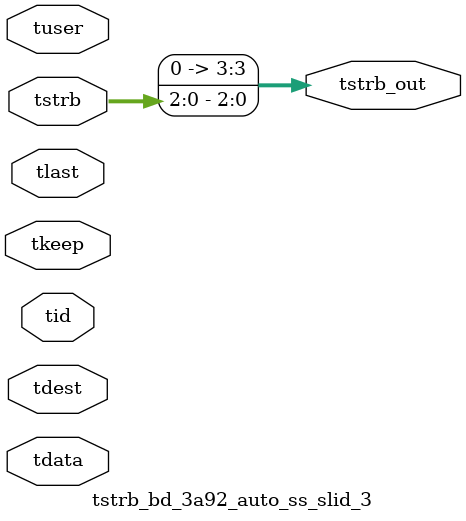
<source format=v>


`timescale 1ps/1ps

module tstrb_bd_3a92_auto_ss_slid_3 #
(
parameter C_S_AXIS_TDATA_WIDTH = 32,
parameter C_S_AXIS_TUSER_WIDTH = 0,
parameter C_S_AXIS_TID_WIDTH   = 0,
parameter C_S_AXIS_TDEST_WIDTH = 0,
parameter C_M_AXIS_TDATA_WIDTH = 32
)
(
input  [(C_S_AXIS_TDATA_WIDTH == 0 ? 1 : C_S_AXIS_TDATA_WIDTH)-1:0     ] tdata,
input  [(C_S_AXIS_TUSER_WIDTH == 0 ? 1 : C_S_AXIS_TUSER_WIDTH)-1:0     ] tuser,
input  [(C_S_AXIS_TID_WIDTH   == 0 ? 1 : C_S_AXIS_TID_WIDTH)-1:0       ] tid,
input  [(C_S_AXIS_TDEST_WIDTH == 0 ? 1 : C_S_AXIS_TDEST_WIDTH)-1:0     ] tdest,
input  [(C_S_AXIS_TDATA_WIDTH/8)-1:0 ] tkeep,
input  [(C_S_AXIS_TDATA_WIDTH/8)-1:0 ] tstrb,
input                                                                    tlast,
output [(C_M_AXIS_TDATA_WIDTH/8)-1:0 ] tstrb_out
);

assign tstrb_out = {tstrb[2:0]};

endmodule


</source>
